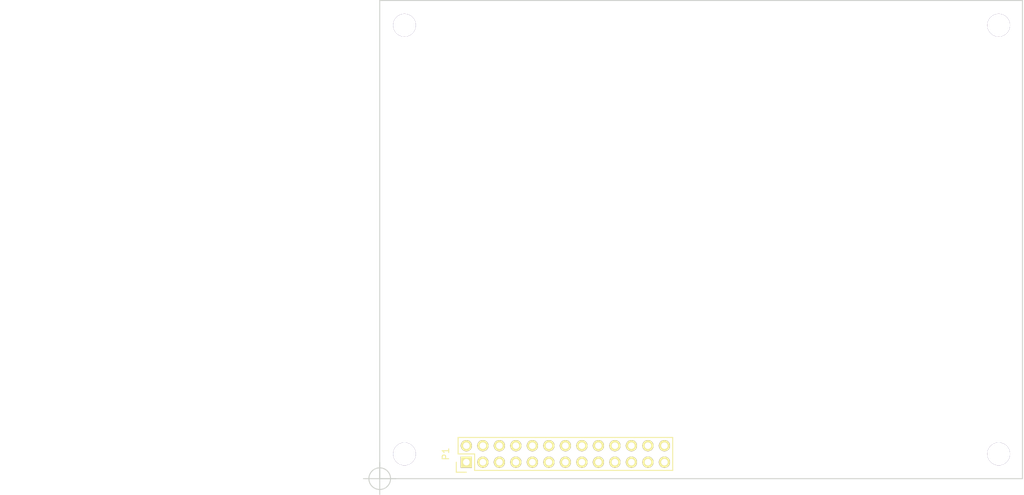
<source format=kicad_pcb>
(kicad_pcb (version 4) (host pcbnew "(2015-08-07 BZR 6071, Git 6018bb6)-product")

  (general
    (links 1)
    (no_connects 1)
    (area 37.854284 69.30412 197.449763 147.28)
    (thickness 1.6)
    (drawings 18)
    (tracks 0)
    (zones 0)
    (modules 5)
    (nets 26)
  )

  (page A4)
  (layers
    (0 F.Cu signal)
    (31 B.Cu signal)
    (32 B.Adhes user)
    (33 F.Adhes user)
    (34 B.Paste user)
    (35 F.Paste user)
    (36 B.SilkS user)
    (37 F.SilkS user)
    (38 B.Mask user)
    (39 F.Mask user)
    (40 Dwgs.User user)
    (41 Cmts.User user)
    (42 Eco1.User user)
    (43 Eco2.User user)
    (44 Edge.Cuts user)
    (45 Margin user)
    (46 B.CrtYd user)
    (47 F.CrtYd user)
    (48 B.Fab user)
    (49 F.Fab user)
  )

  (setup
    (last_trace_width 0.25)
    (trace_clearance 0.2)
    (zone_clearance 0.508)
    (zone_45_only no)
    (trace_min 0.2)
    (segment_width 0.2)
    (edge_width 0.15)
    (via_size 0.6)
    (via_drill 0.4)
    (via_min_size 0.4)
    (via_min_drill 0.3)
    (uvia_size 0.3)
    (uvia_drill 0.1)
    (uvias_allowed no)
    (uvia_min_size 0.2)
    (uvia_min_drill 0.1)
    (pcb_text_width 0.3)
    (pcb_text_size 1.5 1.5)
    (mod_edge_width 0.15)
    (mod_text_size 1 1)
    (mod_text_width 0.15)
    (pad_size 3.302 3.302)
    (pad_drill 3.302)
    (pad_to_mask_clearance 0.0762)
    (aux_axis_origin 96.52 144.78)
    (grid_origin 96.52 144.78)
    (visible_elements FFFFFF7F)
    (pcbplotparams
      (layerselection 0x000fc_80000001)
      (usegerberextensions false)
      (excludeedgelayer true)
      (linewidth 0.100000)
      (plotframeref false)
      (viasonmask false)
      (mode 1)
      (useauxorigin false)
      (hpglpennumber 1)
      (hpglpenspeed 20)
      (hpglpendiameter 15)
      (hpglpenoverlay 2)
      (psnegative false)
      (psa4output false)
      (plotreference true)
      (plotvalue true)
      (plotinvisibletext false)
      (padsonsilk false)
      (subtractmaskfromsilk false)
      (outputformat 1)
      (mirror false)
      (drillshape 0)
      (scaleselection 1)
      (outputdirectory ""))
  )

  (net 0 "")
  (net 1 GND)
  (net 2 +5V)
  (net 3 +3V3)
  (net 4 GPIO_SPI_CS#)
  (net 5 GPIO_UART1_TXD)
  (net 6 GPIO_SPI_MISO)
  (net 7 GPIO_UART1_RXD)
  (net 8 GPIO_SPI_MOSI)
  (net 9 GPIO_UART1_CTS)
  (net 10 GPIO_SPI_CLK)
  (net 11 GPIO_UART1_RTS)
  (net 12 GPIO_I2C_SCL)
  (net 13 GPIO_I2S_CLK)
  (net 14 GPIO_I2C_SDA)
  (net 15 GPIO_I2S_FRM)
  (net 16 GPIO_UART2_TXD)
  (net 17 GPIO_I2S_DO)
  (net 18 GPIO_UART2_RXD)
  (net 19 GPIO_I2S_DI)
  (net 20 GPIO_S5_0)
  (net 21 GPIO_PWM0)
  (net 22 GPIO_S5_1)
  (net 23 GPIO_PWM1)
  (net 24 GPIO_S5_2)
  (net 25 I2SMCLK_GPIO)

  (net_class Default "This is the default net class."
    (clearance 0.2)
    (trace_width 0.25)
    (via_dia 0.6)
    (via_drill 0.4)
    (uvia_dia 0.3)
    (uvia_drill 0.1)
    (add_net +3V3)
    (add_net +5V)
    (add_net GND)
    (add_net GPIO_I2C_SCL)
    (add_net GPIO_I2C_SDA)
    (add_net GPIO_I2S_CLK)
    (add_net GPIO_I2S_DI)
    (add_net GPIO_I2S_DO)
    (add_net GPIO_I2S_FRM)
    (add_net GPIO_PWM0)
    (add_net GPIO_PWM1)
    (add_net GPIO_S5_0)
    (add_net GPIO_S5_1)
    (add_net GPIO_S5_2)
    (add_net GPIO_SPI_CLK)
    (add_net GPIO_SPI_CS#)
    (add_net GPIO_SPI_MISO)
    (add_net GPIO_SPI_MOSI)
    (add_net GPIO_UART1_CTS)
    (add_net GPIO_UART1_RTS)
    (add_net GPIO_UART1_RXD)
    (add_net GPIO_UART1_TXD)
    (add_net GPIO_UART2_RXD)
    (add_net GPIO_UART2_TXD)
    (add_net I2SMCLK_GPIO)
  )

  (module Pin_Headers:Pin_Header_Straight_2x13 locked (layer F.Cu) (tedit 577F1E14) (tstamp 57710C62)
    (at 109.855 142.24 90)
    (descr "Through hole pin header")
    (tags "pin header")
    (path /576C994F)
    (fp_text reference P1 (at 1.27 -3.175 90) (layer F.SilkS)
      (effects (font (size 1 1) (thickness 0.15)))
    )
    (fp_text value CONN_02X13 (at 5.08 3.175 180) (layer F.Fab) hide
      (effects (font (size 1 1) (thickness 0.15)))
    )
    (fp_line (start -1.75 -1.75) (end -1.75 32.25) (layer F.CrtYd) (width 0.05))
    (fp_line (start 4.3 -1.75) (end 4.3 32.25) (layer F.CrtYd) (width 0.05))
    (fp_line (start -1.75 -1.75) (end 4.3 -1.75) (layer F.CrtYd) (width 0.05))
    (fp_line (start -1.75 32.25) (end 4.3 32.25) (layer F.CrtYd) (width 0.05))
    (fp_line (start 3.81 -1.27) (end 3.81 31.75) (layer F.SilkS) (width 0.15))
    (fp_line (start -1.27 1.27) (end -1.27 31.75) (layer F.SilkS) (width 0.15))
    (fp_line (start 3.81 31.75) (end -1.27 31.75) (layer F.SilkS) (width 0.15))
    (fp_line (start 3.81 -1.27) (end 1.27 -1.27) (layer F.SilkS) (width 0.15))
    (fp_line (start 0 -1.55) (end -1.55 -1.55) (layer F.SilkS) (width 0.15))
    (fp_line (start 1.27 -1.27) (end 1.27 1.27) (layer F.SilkS) (width 0.15))
    (fp_line (start 1.27 1.27) (end -1.27 1.27) (layer F.SilkS) (width 0.15))
    (fp_line (start -1.55 -1.55) (end -1.55 0) (layer F.SilkS) (width 0.15))
    (pad 1 thru_hole rect (at 0 0 90) (size 1.7272 1.7272) (drill 1.016) (layers *.Cu *.Mask F.SilkS)
      (net 1 GND))
    (pad 2 thru_hole oval (at 2.54 0 90) (size 1.7272 1.7272) (drill 1.016) (layers *.Cu *.Mask F.SilkS)
      (net 1 GND))
    (pad 3 thru_hole oval (at 0 2.54 90) (size 1.7272 1.7272) (drill 1.016) (layers *.Cu *.Mask F.SilkS)
      (net 2 +5V))
    (pad 4 thru_hole oval (at 2.54 2.54 90) (size 1.7272 1.7272) (drill 1.016) (layers *.Cu *.Mask F.SilkS)
      (net 3 +3V3))
    (pad 5 thru_hole oval (at 0 5.08 90) (size 1.7272 1.7272) (drill 1.016) (layers *.Cu *.Mask F.SilkS)
      (net 4 GPIO_SPI_CS#))
    (pad 6 thru_hole oval (at 2.54 5.08 90) (size 1.7272 1.7272) (drill 1.016) (layers *.Cu *.Mask F.SilkS)
      (net 5 GPIO_UART1_TXD))
    (pad 7 thru_hole oval (at 0 7.62 90) (size 1.7272 1.7272) (drill 1.016) (layers *.Cu *.Mask F.SilkS)
      (net 6 GPIO_SPI_MISO))
    (pad 8 thru_hole oval (at 2.54 7.62 90) (size 1.7272 1.7272) (drill 1.016) (layers *.Cu *.Mask F.SilkS)
      (net 7 GPIO_UART1_RXD))
    (pad 9 thru_hole oval (at 0 10.16 90) (size 1.7272 1.7272) (drill 1.016) (layers *.Cu *.Mask F.SilkS)
      (net 8 GPIO_SPI_MOSI))
    (pad 10 thru_hole oval (at 2.54 10.16 90) (size 1.7272 1.7272) (drill 1.016) (layers *.Cu *.Mask F.SilkS)
      (net 9 GPIO_UART1_CTS))
    (pad 11 thru_hole oval (at 0 12.7 90) (size 1.7272 1.7272) (drill 1.016) (layers *.Cu *.Mask F.SilkS)
      (net 10 GPIO_SPI_CLK))
    (pad 12 thru_hole oval (at 2.54 12.7 90) (size 1.7272 1.7272) (drill 1.016) (layers *.Cu *.Mask F.SilkS)
      (net 11 GPIO_UART1_RTS))
    (pad 13 thru_hole oval (at 0 15.24 90) (size 1.7272 1.7272) (drill 1.016) (layers *.Cu *.Mask F.SilkS)
      (net 12 GPIO_I2C_SCL))
    (pad 14 thru_hole oval (at 2.54 15.24 90) (size 1.7272 1.7272) (drill 1.016) (layers *.Cu *.Mask F.SilkS)
      (net 13 GPIO_I2S_CLK))
    (pad 15 thru_hole oval (at 0 17.78 90) (size 1.7272 1.7272) (drill 1.016) (layers *.Cu *.Mask F.SilkS)
      (net 14 GPIO_I2C_SDA))
    (pad 16 thru_hole oval (at 2.54 17.78 90) (size 1.7272 1.7272) (drill 1.016) (layers *.Cu *.Mask F.SilkS)
      (net 15 GPIO_I2S_FRM))
    (pad 17 thru_hole oval (at 0 20.32 90) (size 1.7272 1.7272) (drill 1.016) (layers *.Cu *.Mask F.SilkS)
      (net 16 GPIO_UART2_TXD))
    (pad 18 thru_hole oval (at 2.54 20.32 90) (size 1.7272 1.7272) (drill 1.016) (layers *.Cu *.Mask F.SilkS)
      (net 17 GPIO_I2S_DO))
    (pad 19 thru_hole oval (at 0 22.86 90) (size 1.7272 1.7272) (drill 1.016) (layers *.Cu *.Mask F.SilkS)
      (net 18 GPIO_UART2_RXD))
    (pad 20 thru_hole oval (at 2.54 22.86 90) (size 1.7272 1.7272) (drill 1.016) (layers *.Cu *.Mask F.SilkS)
      (net 19 GPIO_I2S_DI))
    (pad 21 thru_hole oval (at 0 25.4 90) (size 1.7272 1.7272) (drill 1.016) (layers *.Cu *.Mask F.SilkS)
      (net 20 GPIO_S5_0))
    (pad 22 thru_hole oval (at 2.54 25.4 90) (size 1.7272 1.7272) (drill 1.016) (layers *.Cu *.Mask F.SilkS)
      (net 21 GPIO_PWM0))
    (pad 23 thru_hole oval (at 0 27.94 90) (size 1.7272 1.7272) (drill 1.016) (layers *.Cu *.Mask F.SilkS)
      (net 22 GPIO_S5_1))
    (pad 24 thru_hole oval (at 2.54 27.94 90) (size 1.7272 1.7272) (drill 1.016) (layers *.Cu *.Mask F.SilkS)
      (net 23 GPIO_PWM1))
    (pad 25 thru_hole oval (at 0 30.48 90) (size 1.7272 1.7272) (drill 1.016) (layers *.Cu *.Mask F.SilkS)
      (net 24 GPIO_S5_2))
    (pad 26 thru_hole oval (at 2.54 30.48 90) (size 1.7272 1.7272) (drill 1.016) (layers *.Cu *.Mask F.SilkS)
      (net 25 I2SMCLK_GPIO))
    (model Pin_Headers.3dshapes/Pin_Header_Straight_2x13.wrl
      (at (xyz 0.05 -0.6 0))
      (scale (xyz 1 1 1))
      (rotate (xyz 0 0 90))
    )
  )

  (module Mounting_Holes:MountingHole_3-5mm locked (layer F.Cu) (tedit 58633422) (tstamp 577DA462)
    (at 191.77 140.97)
    (descr "Mounting hole, Befestigungsbohrung, 3,5mm, No Annular, Kein Restring,")
    (tags "Mounting hole, Befestigungsbohrung, 3,5mm, No Annular, Kein Restring,")
    (path /58633372)
    (fp_text reference MK2 (at 0 -4.50088) (layer F.SilkS) hide
      (effects (font (size 1 1) (thickness 0.15)))
    )
    (fp_text value Mounting_Hole (at 0 5.00126) (layer F.Fab) hide
      (effects (font (size 1 1) (thickness 0.15)))
    )
    (fp_circle (center 0 0) (end 3.5 0) (layer Cmts.User) (width 0.381))
    (pad 1 thru_hole circle (at 0 0) (size 3.5 3.5) (drill 3.5) (layers))
  )

  (module Mounting_Holes:MountingHole_3-5mm locked (layer F.Cu) (tedit 58633418) (tstamp 577F1CAE)
    (at 100.33 140.97)
    (descr "Mounting hole, Befestigungsbohrung, 3,5mm, No Annular, Kein Restring,")
    (tags "Mounting hole, Befestigungsbohrung, 3,5mm, No Annular, Kein Restring,")
    (path /58633409)
    (fp_text reference MK1 (at 0 -4.50088) (layer F.SilkS) hide
      (effects (font (size 1 1) (thickness 0.15)))
    )
    (fp_text value Mounting_Hole (at 0 5.00126) (layer F.Fab) hide
      (effects (font (size 1 1) (thickness 0.15)))
    )
    (fp_circle (center 0 0) (end 3.5 0) (layer Cmts.User) (width 0.381))
    (pad 1 thru_hole circle (at 0 0) (size 3.5 3.5) (drill 3.5) (layers))
  )

  (module Mounting_Holes:MountingHole_3-5mm locked (layer F.Cu) (tedit 58633440) (tstamp 577F1CB9)
    (at 100.33 74.93)
    (descr "Mounting hole, Befestigungsbohrung, 3,5mm, No Annular, Kein Restring,")
    (tags "Mounting hole, Befestigungsbohrung, 3,5mm, No Annular, Kein Restring,")
    (path /5863348E)
    (fp_text reference MK4 (at 0 -4.50088) (layer F.SilkS) hide
      (effects (font (size 1 1) (thickness 0.15)))
    )
    (fp_text value Mounting_Hole (at 0 5.00126) (layer F.Fab) hide
      (effects (font (size 1 1) (thickness 0.15)))
    )
    (fp_circle (center 0 0) (end 3.5 0) (layer Cmts.User) (width 0.381))
    (pad 1 thru_hole circle (at 0 0) (size 3.5 3.5) (drill 3.5) (layers))
  )

  (module Mounting_Holes:MountingHole_3-5mm locked (layer F.Cu) (tedit 58633432) (tstamp 577F1CC4)
    (at 191.77 74.93)
    (descr "Mounting hole, Befestigungsbohrung, 3,5mm, No Annular, Kein Restring,")
    (tags "Mounting hole, Befestigungsbohrung, 3,5mm, No Annular, Kein Restring,")
    (path /58633454)
    (fp_text reference MK3 (at 0 -4.50088) (layer F.SilkS) hide
      (effects (font (size 1 1) (thickness 0.15)))
    )
    (fp_text value Mounting_Hole (at 0 5.00126) (layer F.Fab) hide
      (effects (font (size 1 1) (thickness 0.15)))
    )
    (fp_circle (center 0 0) (end 3.5 0) (layer Cmts.User) (width 0.381))
    (pad 1 thru_hole circle (at 0 0) (size 3.5 3.5) (drill 3.5) (layers))
  )

  (gr_text "NOTE: NO BOTTOM SIDE OR THROUGH-HOLE\nCOMPONENTS IN THE AREAS DESIGNATED IN THE\nDWGS.USER LAYER TO AVOID COLLISION WITH\nMINNOWBOARD ETHERNET AND USB CONNECTORS." (at 66.421 101.092) (layer Cmts.User)
    (effects (font (size 1.5 1.5) (thickness 0.3)))
  )
  (gr_line (start 176.53 111.02) (end 195.58 97.83) (angle 90) (layer Dwgs.User) (width 0.2))
  (gr_line (start 176.53 97.83) (end 195.58 111.02) (angle 90) (layer Dwgs.User) (width 0.2))
  (gr_line (start 115.57 93.05) (end 96.52 109.15) (angle 90) (layer Dwgs.User) (width 0.2))
  (gr_line (start 96.52 93.05) (end 115.57 109.15) (angle 90) (layer Dwgs.User) (width 0.2))
  (gr_line (start 96.52 109.15) (end 96.52 93.05) (angle 90) (layer Dwgs.User) (width 0.2))
  (gr_line (start 115.57 109.15) (end 96.52 109.15) (angle 90) (layer Dwgs.User) (width 0.2))
  (gr_line (start 115.57 93.05) (end 115.57 109.15) (angle 90) (layer Dwgs.User) (width 0.2))
  (gr_line (start 96.52 93.05) (end 115.57 93.05) (angle 90) (layer Dwgs.User) (width 0.2))
  (gr_line (start 176.53 111.02) (end 176.53 97.83) (angle 90) (layer Dwgs.User) (width 0.2))
  (gr_line (start 195.58 111.02) (end 176.53 111.02) (angle 90) (layer Dwgs.User) (width 0.2))
  (gr_line (start 195.58 97.83) (end 195.58 111.02) (angle 90) (layer Dwgs.User) (width 0.2))
  (gr_line (start 176.53 97.83) (end 195.58 97.83) (angle 90) (layer Dwgs.User) (width 0.2))
  (target plus (at 96.52 144.78) (size 5) (width 0.15) (layer Edge.Cuts))
  (gr_line (start 96.52 71.12) (end 96.52 144.78) (angle 90) (layer Edge.Cuts) (width 0.15))
  (gr_line (start 195.4276 71.12) (end 96.52 71.12) (angle 90) (layer Edge.Cuts) (width 0.15))
  (gr_line (start 195.4276 144.78) (end 195.4276 71.12) (angle 90) (layer Edge.Cuts) (width 0.15))
  (gr_line (start 96.52 144.78) (end 195.4276 144.78) (angle 90) (layer Edge.Cuts) (width 0.15))

)

</source>
